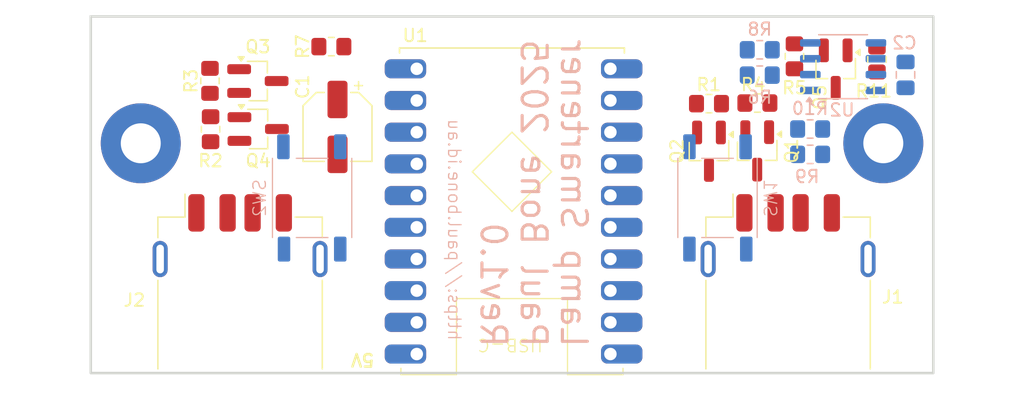
<source format=kicad_pcb>
(kicad_pcb (version 20241229) (generator "pcbnew") (generator_version "9.0")
  (layers (0 "F.Cu" signal) (2 "B.Cu" signal) (13 "F.Paste" user) (15 "B.Paste" user) (5 "F.SilkS" user "F.Silkscreen") (7 "B.SilkS" user "B.Silkscreen") (1 "F.Mask" user) (3 "B.Mask" user) (25 "Edge.Cuts" user))
  (net 0 "")
  (net 1 "GND")
  (net 2 "+5V")
  (net 5 "Net-(U1-GPIO6)")
  (net 6 "Net-(J1-VBUS)")
  (net 15 "Net-(J2-VBUS)")
  (net 17 "Net-(Q1-D)")
  (net 18 "Net-(Q1-G)")
  (net 19 "Net-(Q3-D)")
  (net 20 "Net-(Q3-G)")
  (net 21 "Net-(U1-GPIO3)")
  (net 22 "Net-(U1-GPIO14)")
  (net 29 "/Clim")
  (net 30 "/Sheild")
  (net 31 "Net-(Q5-S)")
  (net 32 "Net-(Q5-G)")
  (net 33 "Net-(U2A-+)")
  (net 34 "Net-(U2B--)")
  (footprint "Resistor_SMD:R_0805_2012Metric_Pad1.20x1.40mm_HandSolder" (layer "F.Cu") (at 181.692 126.952 180)
    (property "Reference" "R4" (at 0.336 1.476 0) (layer "F.SilkS"))
    (property "Value" "10K")
    (fp_line (start -0.227064 0.735) (end 0.227064 0.735) (stroke (width 0.12)) (layer "F.SilkS"))
    (fp_line (start -0.227064 -0.735) (end 0.227064 -0.735) (stroke (width 0.12)) (layer "F.SilkS"))
    (pad "1" smd roundrect (at -1 0 180) (size 1.2 1.4) (layers "F.Cu" "F.Mask" "F.Paste") (roundrect_rratio 0.208333) (net 18 "Net-(Q1-G)"))
    (pad "2" smd roundrect (at 1 0 180) (size 1.2 1.4) (layers "F.Cu" "F.Mask" "F.Paste") (roundrect_rratio 0.208333) (net 1 "GND"))
  )
  (footprint "Resistor_SMD:R_0805_2012Metric_Pad1.20x1.40mm_HandSolder" (layer "F.Cu") (at 137.874 125.172 -90)
    (property "Reference" "R3" (at 0.016 1.524 90) (layer "F.SilkS"))
    (property "Value" "10K")
    (fp_line (start -0.227064 0.735) (end 0.227064 0.735) (stroke (width 0.12)) (layer "F.SilkS"))
    (fp_line (start -0.227064 -0.735) (end 0.227064 -0.735) (stroke (width 0.12)) (layer "F.SilkS"))
    (pad "1" smd roundrect (at -1 0 270) (size 1.2 1.4) (layers "F.Cu" "F.Mask" "F.Paste") (roundrect_rratio 0.208333) (net 20 "Net-(Q3-G)"))
    (pad "2" smd roundrect (at 1 0 270) (size 1.2 1.4) (layers "F.Cu" "F.Mask" "F.Paste") (roundrect_rratio 0.208333) (net 1 "GND"))
  )
  (footprint "Resistor_SMD:R_0805_2012Metric_Pad1.20x1.40mm_HandSolder" (layer "F.Cu") (at 137.922 129.048 90)
    (property "Reference" "R2" (at -2.524 0 180) (layer "F.SilkS"))
    (property "Value" "10K")
    (fp_line (start -0.227064 -0.735) (end 0.227064 -0.735) (stroke (width 0.12)) (layer "F.SilkS"))
    (fp_line (start -0.227064 0.735) (end 0.227064 0.735) (stroke (width 0.12)) (layer "F.SilkS"))
    (pad "1" smd roundrect (at -1 0 90) (size 1.2 1.4) (layers "F.Cu" "F.Mask" "F.Paste") (roundrect_rratio 0.208333) (net 2 "+5V"))
    (pad "2" smd roundrect (at 1 0 90) (size 1.2 1.4) (layers "F.Cu" "F.Mask" "F.Paste") (roundrect_rratio 0.208333) (net 19 "Net-(Q3-D)"))
  )
  (footprint "Resistor_SMD:R_0805_2012Metric_Pad1.20x1.40mm_HandSolder" (layer "F.Cu") (at 191.262 123.46 90)
    (property "Reference" "R11" (at -2.524 -0.254 180) (layer "F.SilkS"))
    (property "Value" "10K")
    (fp_line (start -0.227064 -0.735) (end 0.227064 -0.735) (stroke (width 0.12)) (layer "F.SilkS"))
    (fp_line (start -0.227064 0.735) (end 0.227064 0.735) (stroke (width 0.12)) (layer "F.SilkS"))
    (pad "1" smd roundrect (at -1 0 90) (size 1.2 1.4) (layers "F.Cu" "F.Mask" "F.Paste") (roundrect_rratio 0.208333) (net 2 "+5V"))
    (pad "2" smd roundrect (at 1 0 90) (size 1.2 1.4) (layers "F.Cu" "F.Mask" "F.Paste") (roundrect_rratio 0.208333) (net 32 "Net-(Q5-G)"))
  )
  (footprint "Connector_USB:USB_A_Receptacle_GCT_USB1046" (layer "F.Cu") (at 140.285 143.002)
    (property "Reference" "J2" (at -8.459 -0.254 0) (layer "F.SilkS"))
    (property "Value" "USB_A")
    (fp_line (start -6.58 -6.91) (end -6.58 -5.26) (stroke (width 0.12)) (layer "F.SilkS"))
    (fp_line (start -6.58 -1.84) (end -6.58 5.25) (stroke (width 0.12)) (layer "F.SilkS"))
    (fp_line (start -4.41 -6.91) (end -6.58 -6.91) (stroke (width 0.12)) (layer "F.SilkS"))
    (fp_line (start -4.41 -6.91) (end -4.41 -8.75) (stroke (width 0.12)) (layer "F.SilkS"))
    (fp_line (start 4.41 -6.91) (end 6.58 -6.91) (stroke (width 0.12)) (layer "F.SilkS"))
    (fp_line (start 6.58 -6.91) (end 6.58 -5.26) (stroke (width 0.12)) (layer "F.SilkS"))
    (fp_line (start 6.58 -1.84) (end 6.58 5.25) (stroke (width 0.12)) (layer "F.SilkS"))
    (pad "1" smd roundrect (at -3.5 -7.25) (size 1.3 3) (layers "F.Cu" "F.Mask" "F.Paste") (net 15 "Net-(J2-VBUS)"))
    (pad "2" smd roundrect (at -1 -7.25) (size 1.3 3) (layers "F.Cu" "F.Mask" "F.Paste"))
    (pad "3" smd roundrect (at 1 -7.25) (size 1.3 3) (layers "F.Cu" "F.Mask" "F.Paste"))
    (pad "4" smd roundrect (at 3.5 -7.25) (size 1.3 3) (layers "F.Cu" "F.Mask" "F.Paste") (net 29 "/Clim"))
    (pad "5" thru_hole oval (at -6.4 -3.55) (size 1.2 2.9) (drill oval 0.6 2.3) (property pad_prop_heatsink) (layers "*.Cu" "*.Mask") (net 30 "/Sheild"))
    (pad "5" thru_hole oval (at 6.4 -3.55) (size 1.2 2.9) (drill oval 0.6 2.3) (property pad_prop_heatsink) (layers "*.Cu" "*.Mask") (net 30 "/Sheild"))
  )
  (footprint "MountingHole:MountingHole_3.2mm_M3_Pad" (layer "F.Cu") (at 191.77 130.175)
    (property "Reference" "REF**" (hide yes))
    (property "Value" "MountingHole_3.2mm_M3_Pad")
    (pad "1" thru_hole circle (at 0 0) (size 6.4 6.4) (drill 3.2) (layers "*.Cu" "*.Mask"))
  )
  (footprint "Connector_USB:USB_A_Receptacle_GCT_USB1046" (layer "F.Cu") (at 184.15 143.002)
    (property "Reference" "J1" (at 8.382 -0.508 0) (layer "F.SilkS"))
    (property "Value" "USB_A")
    (fp_line (start -6.58 -6.91) (end -6.58 -5.26) (stroke (width 0.12)) (layer "F.SilkS"))
    (fp_line (start -6.58 -1.84) (end -6.58 5.25) (stroke (width 0.12)) (layer "F.SilkS"))
    (fp_line (start -4.41 -6.91) (end -6.58 -6.91) (stroke (width 0.12)) (layer "F.SilkS"))
    (fp_line (start -4.41 -6.91) (end -4.41 -8.75) (stroke (width 0.12)) (layer "F.SilkS"))
    (fp_line (start 4.41 -6.91) (end 6.58 -6.91) (stroke (width 0.12)) (layer "F.SilkS"))
    (fp_line (start 6.58 -6.91) (end 6.58 -5.26) (stroke (width 0.12)) (layer "F.SilkS"))
    (fp_line (start 6.58 -1.84) (end 6.58 5.25) (stroke (width 0.12)) (layer "F.SilkS"))
    (pad "1" smd roundrect (at -3.5 -7.25) (size 1.3 3) (layers "F.Cu" "F.Mask" "F.Paste") (net 6 "Net-(J1-VBUS)"))
    (pad "2" smd roundrect (at -1 -7.25) (size 1.3 3) (layers "F.Cu" "F.Mask" "F.Paste"))
    (pad "3" smd roundrect (at 1 -7.25) (size 1.3 3) (layers "F.Cu" "F.Mask" "F.Paste"))
    (pad "4" smd roundrect (at 3.5 -7.25) (size 1.3 3) (layers "F.Cu" "F.Mask" "F.Paste") (net 29 "/Clim"))
    (pad "5" thru_hole oval (at -6.4 -3.55) (size 1.2 2.9) (drill oval 0.6 2.3) (property pad_prop_heatsink) (layers "*.Cu" "*.Mask") (net 30 "/Sheild"))
    (pad "5" thru_hole oval (at 6.4 -3.55) (size 1.2 2.9) (drill oval 0.6 2.3) (property pad_prop_heatsink) (layers "*.Cu" "*.Mask") (net 30 "/Sheild"))
  )
  (footprint "Resistor_SMD:R_0805_2012Metric_Pad1.20x1.40mm_HandSolder" (layer "F.Cu") (at 184.658 123.206 -90)
    (property "Reference" "R5" (at 2.524 0 180) (layer "F.SilkS"))
    (property "Value" "0.1")
    (fp_line (start -0.227064 0.735) (end 0.227064 0.735) (stroke (width 0.12)) (layer "F.SilkS"))
    (fp_line (start -0.227064 -0.735) (end 0.227064 -0.735) (stroke (width 0.12)) (layer "F.SilkS"))
    (pad "1" smd roundrect (at -1 0 270) (size 1.2 1.4) (layers "F.Cu" "F.Mask" "F.Paste") (roundrect_rratio 0.208333) (net 31 "Net-(Q5-S)"))
    (pad "2" smd roundrect (at 1 0 270) (size 1.2 1.4) (layers "F.Cu" "F.Mask" "F.Paste") (roundrect_rratio 0.208333) (net 1 "GND"))
  )
  (footprint "Resistor_SMD:R_0805_2012Metric_Pad1.20x1.40mm_HandSolder" (layer "F.Cu") (at 147.59 122.428)
    (property "Reference" "R7" (at -2.302 0 90) (layer "F.SilkS"))
    (property "Value" "0")
    (fp_line (start -0.227064 -0.735) (end 0.227064 -0.735) (stroke (width 0.12)) (layer "F.SilkS"))
    (fp_line (start -0.227064 0.735) (end 0.227064 0.735) (stroke (width 0.12)) (layer "F.SilkS"))
    (pad "1" smd roundrect (at -1 0) (size 1.2 1.4) (layers "F.Cu" "F.Mask" "F.Paste") (roundrect_rratio 0.208333) (net 1 "GND"))
    (pad "2" smd roundrect (at 1 0) (size 1.2 1.4) (layers "F.Cu" "F.Mask" "F.Paste") (roundrect_rratio 0.208333) (net 29 "/Clim"))
  )
  (footprint "Resistor_SMD:R_0805_2012Metric_Pad1.20x1.40mm_HandSolder" (layer "F.Cu") (at 177.816 127)
    (property "Reference" "R1" (at -0.016 -1.524 180) (layer "F.SilkS"))
    (property "Value" "10K")
    (fp_line (start -0.227064 -0.735) (end 0.227064 -0.735) (stroke (width 0.12)) (layer "F.SilkS"))
    (fp_line (start -0.227064 0.735) (end 0.227064 0.735) (stroke (width 0.12)) (layer "F.SilkS"))
    (pad "1" smd roundrect (at -1 0) (size 1.2 1.4) (layers "F.Cu" "F.Mask" "F.Paste") (roundrect_rratio 0.208333) (net 2 "+5V"))
    (pad "2" smd roundrect (at 1 0) (size 1.2 1.4) (layers "F.Cu" "F.Mask" "F.Paste") (roundrect_rratio 0.208333) (net 17 "Net-(Q1-D)"))
  )
  (footprint "Package_TO_SOT_SMD:SOT-23_Handsoldering" (layer "F.Cu") (at 181.676 130.786 -90)
    (property "Reference" "Q1" (at 0 -2.75 270) (layer "F.SilkS"))
    (property "Value" "2N7002")
    (fp_line (start 0.76 1.58) (end -0.7 1.58) (stroke (width 0.12)) (layer "F.SilkS"))
    (fp_line (start 0.76 1.58) (end 0.76 0.65) (stroke (width 0.12)) (layer "F.SilkS"))
    (fp_line (start -0.04 -1.58) (end -0.84 -1.58) (stroke (width 0.12)) (layer "F.SilkS"))
    (fp_line (start -0.04 -1.58) (end 0.76 -1.58) (stroke (width 0.12)) (layer "F.SilkS"))
    (fp_line (start 0.76 -1.58) (end 0.76 -0.65) (stroke (width 0.12)) (layer "F.SilkS"))
    (fp_poly (pts (xy -1.34 -1.61) (xy -1.58 -1.94) (xy -1.1 -1.94) (xy -1.34 -1.61)) (stroke (width 0.12)) (fill yes) (layer "F.SilkS"))
    (pad "1" smd roundrect (at -1.5 -0.95 270) (size 1.9 0.8) (layers "F.Cu" "F.Mask" "F.Paste") (net 18 "Net-(Q1-G)"))
    (pad "2" smd roundrect (at -1.5 0.95 270) (size 1.9 0.8) (layers "F.Cu" "F.Mask" "F.Paste") (net 1 "GND"))
    (pad "3" smd roundrect (at 1.5 0 270) (size 1.9 0.8) (layers "F.Cu" "F.Mask" "F.Paste") (net 17 "Net-(Q1-D)"))
  )
  (footprint "Package_TO_SOT_SMD:SOT-23_Handsoldering" (layer "F.Cu") (at 177.816 130.81 -90)
    (property "Reference" "Q2" (at 0 2.556 270) (layer "F.SilkS"))
    (property "Value" "AO3401A")
    (fp_line (start 0.76 1.58) (end -0.7 1.58) (stroke (width 0.12)) (layer "F.SilkS"))
    (fp_line (start 0.76 1.58) (end 0.76 0.65) (stroke (width 0.12)) (layer "F.SilkS"))
    (fp_line (start -0.04 -1.58) (end -0.84 -1.58) (stroke (width 0.12)) (layer "F.SilkS"))
    (fp_line (start -0.04 -1.58) (end 0.76 -1.58) (stroke (width 0.12)) (layer "F.SilkS"))
    (fp_line (start 0.76 -1.58) (end 0.76 -0.65) (stroke (width 0.12)) (layer "F.SilkS"))
    (fp_poly (pts (xy -1.34 -1.61) (xy -1.58 -1.94) (xy -1.1 -1.94) (xy -1.34 -1.61)) (stroke (width 0.12)) (fill yes) (layer "F.SilkS"))
    (pad "1" smd roundrect (at -1.5 -0.95 270) (size 1.9 0.8) (layers "F.Cu" "F.Mask" "F.Paste") (net 17 "Net-(Q1-D)"))
    (pad "2" smd roundrect (at -1.5 0.95 270) (size 1.9 0.8) (layers "F.Cu" "F.Mask" "F.Paste") (net 2 "+5V"))
    (pad "3" smd roundrect (at 1.5 0 270) (size 1.9 0.8) (layers "F.Cu" "F.Mask" "F.Paste") (net 6 "Net-(J1-VBUS)"))
  )
  (footprint "My footprints:MODULE_ESP32-C3_SUPERMINI" (layer "F.Cu") (at 162.046 137.541 180)
    (property "Reference" "U1" (at 7.747 16.002 180) (layer "F.SilkS"))
    (property "Value" "ESP32-C6_SUPERMINI_SMD")
    (fp_line (start 9 15) (end 9 14.605) (stroke (width 0.127)) (layer "F.SilkS"))
    (fp_line (start 9 15) (end -9 15) (stroke (width 0.127)) (layer "F.SilkS"))
    (fp_line (start 8.89 -11.176) (end 8.89 -10.668) (stroke (width 0.1)) (layer "F.SilkS"))
    (fp_line (start 4.445 -5.08) (end -4.445 -5.08) (stroke (width 0.1)) (layer "F.SilkS"))
    (fp_line (start 4.445 -11.176) (end 8.89 -11.176) (stroke (width 0.1)) (layer "F.SilkS"))
    (fp_line (start 4.445 -11.176) (end 4.445 -5.08) (stroke (width 0.1)) (layer "F.SilkS"))
    (fp_line (start 3.175 5.08) (end 0 8.255) (stroke (width 0.1)) (layer "F.SilkS"))
    (fp_line (start 0 8.255) (end -3.175 5.08) (stroke (width 0.1)) (layer "F.SilkS"))
    (fp_line (start 0 1.905) (end 3.175 5.08) (stroke (width 0.1)) (layer "F.SilkS"))
    (fp_line (start -3.175 5.08) (end 0 1.905) (stroke (width 0.1)) (layer "F.SilkS"))
    (fp_line (start -4.445 -5.08) (end -4.445 -11.176) (stroke (width 0.1)) (layer "F.SilkS"))
    (fp_line (start -4.445 -11.176) (end -8.89 -11.176) (stroke (width 0.1)) (layer "F.SilkS"))
    (fp_line (start -8.89 -11.176) (end -8.89 -10.668) (stroke (width 0.1)) (layer "F.SilkS"))
    (fp_line (start -9 15) (end -9 14.605) (stroke (width 0.127)) (layer "F.SilkS"))
    (fp_text user "USB-C" (at -2.54 -8.215 180) (layer "F.SilkS") (effects (font (thickness 0.1)) (justify left bottom)))
    (fp_text user "5V" (at 10.922 -9.398 180) (layer "F.SilkS") (effects (font (thickness 0.2) (bold yes)) (justify left bottom)))
    (pad "0" thru_hole roundrect (at -7.88 -4.445 180) (size 3.31 1.524) (drill 1 (offset -0.905 0)) (layers "*.Cu" "*.Mask") (roundrect_rratio 0.3280839895) (net 18 "Net-(Q1-G)"))
    (pad "1" thru_hole roundrect (at -7.88 -1.905 180) (size 3.31 1.524) (drill 1 (offset -0.905 0)) (layers "*.Cu" "*.Mask") (roundrect_rratio 0.3280839895))
    (pad "2" thru_hole roundrect (at -7.88 0.635 180) (size 3.31 1.524) (drill 1 (offset -0.905 0)) (layers "*.Cu" "*.Mask") (roundrect_rratio 0.3280839895))
    (pad "3" thru_hole roundrect (at -7.88 3.175 180) (size 3.31 1.524) (drill 1 (offset -0.905 0)) (layers "*.Cu" "*.Mask") (roundrect_rratio 0.3280839895) (net 21 "Net-(U1-GPIO3)"))
    (pad "3.3" thru_hole roundrect (at 7.62 -4.445 180) (size 3.31 1.524) (drill 1 (offset 0.905 0)) (layers "*.Cu" "*.Mask") (roundrect_rratio 0.3280839895))
    (pad "4" thru_hole roundrect (at -7.88 5.715 180) (size 3.31 1.524) (drill 1 (offset -0.905 0)) (layers "*.Cu" "*.Mask") (roundrect_rratio 0.3280839895))
    (pad "5" thru_hole roundrect (at -7.88 8.255 180) (size 3.31 1.524) (drill 1 (offset -0.905 0)) (layers "*.Cu" "*.Mask") (roundrect_rratio 0.3280839895))
    (pad "5V" thru_hole roundrect (at 7.62 -9.525 180) (size 3.31 1.524) (drill 1 (offset 0.905 0)) (layers "*.Cu" "*.Mask") (roundrect_rratio 0.3280839895) (net 2 "+5V"))
    (pad "6" thru_hole roundrect (at -7.88 10.795 180) (size 3.31 1.524) (drill 1 (offset -0.905 0)) (layers "*.Cu" "*.Mask") (roundrect_rratio 0.3280839895) (net 5 "Net-(U1-GPIO6)"))
    (pad "7" thru_hole roundrect (at -7.88 13.335 180) (size 3.31 1.524) (drill 1 (offset -0.905 0)) (layers "*.Cu" "*.Mask") (roundrect_rratio 0.3280839895))
    (pad "8" thru_hole roundrect (at 7.62 13.335 180) (size 3.31 1.524) (drill 1 (offset 0.905 0)) (layers "*.Cu" "*.Mask") (roundrect_rratio 0.3280839895))
    (pad "9" thru_hole roundrect (at 7.62 10.795 180) (size 3.31 1.524) (drill 1 (offset 0.905 0)) (layers "*.Cu" "*.Mask") (roundrect_rratio 0.3280839895))
    (pad "14" thru_hole roundrect (at 7.62 8.255 180) (size 3.31 1.524) (drill 1 (offset 0.905 0)) (layers "*.Cu" "*.Mask") (roundrect_rratio 0.3280839895) (net 22 "Net-(U1-GPIO14)"))
    (pad "15" thru_hole roundrect (at 7.62 5.715 180) (size 3.31 1.524) (drill 1 (offset 0.905 0)) (layers "*.Cu" "*.Mask") (roundrect_rratio 0.3280839895))
    (pad "18" thru_hole roundrect (at 7.62 3.175 180) (size 3.31 1.524) (drill 1 (offset 0.905 0)) (layers "*.Cu" "*.Mask") (roundrect_rratio 0.3280839895))
    (pad "19" thru_hole roundrect (at 7.62 0.635 180) (size 3.31 1.524) (drill 1 (offset 0.905 0)) (layers "*.Cu" "*.Mask") (roundrect_rratio 0.3280839895))
    (pad "20" thru_hole roundrect (at 7.62 -1.905 180) (size 3.31 1.524) (drill 1 (offset 0.905 0)) (layers "*.Cu" "*.Mask") (roundrect_rratio 0.3280839895) (net 20 "Net-(Q3-G)"))
    (pad "G" thru_hole roundrect (at 7.62 -6.985 180) (size 3.31 1.524) (drill 1 (offset 0.905 0)) (layers "*.Cu" "*.Mask") (roundrect_rratio 0.3280839895) (net 1 "GND"))
    (pad "RX" thru_hole roundrect (at -7.88 -6.985 180) (size 3.31 1.524) (drill 1 (offset -0.905 0)) (layers "*.Cu" "*.Mask") (roundrect_rratio 0.3280839895))
    (pad "TX" thru_hole roundrect (at -7.88 -9.525 180) (size 3.31 1.524) (drill 1 (offset -0.905 0)) (layers "*.Cu" "*.Mask") (roundrect_rratio 0.3280839895))
  )
  (footprint "MountingHole:MountingHole_3.2mm_M3_Pad" (layer "F.Cu") (at 132.334 130.175)
    (property "Reference" "REF**" (hide yes))
    (property "Value" "MountingHole_3.2mm_M3_Pad")
    (pad "1" thru_hole circle (at 0 0) (size 6.4 6.4) (drill 3.2) (layers "*.Cu" "*.Mask"))
  )
  (footprint "Package_TO_SOT_SMD:SOT-23_Handsoldering" (layer "F.Cu") (at 187.96 124.23 -90)
    (property "Reference" "Q5" (at 2.262 1.27 90) (layer "F.SilkS"))
    (property "Value" "AO3400A")
    (fp_line (start 0.76 1.58) (end -0.7 1.58) (stroke (width 0.12)) (layer "F.SilkS"))
    (fp_line (start 0.76 1.58) (end 0.76 0.65) (stroke (width 0.12)) (layer "F.SilkS"))
    (fp_line (start -0.04 -1.58) (end -0.84 -1.58) (stroke (width 0.12)) (layer "F.SilkS"))
    (fp_line (start -0.04 -1.58) (end 0.76 -1.58) (stroke (width 0.12)) (layer "F.SilkS"))
    (fp_line (start 0.76 -1.58) (end 0.76 -0.65) (stroke (width 0.12)) (layer "F.SilkS"))
    (fp_poly (pts (xy -1.34 -1.61) (xy -1.58 -1.94) (xy -1.1 -1.94) (xy -1.34 -1.61)) (stroke (width 0.12)) (fill yes) (layer "F.SilkS"))
    (pad "1" smd roundrect (at -1.5 -0.95 270) (size 1.9 0.8) (layers "F.Cu" "F.Mask" "F.Paste") (net 32 "Net-(Q5-G)"))
    (pad "2" smd roundrect (at -1.5 0.95 270) (size 1.9 0.8) (layers "F.Cu" "F.Mask" "F.Paste") (net 31 "Net-(Q5-S)"))
    (pad "3" smd roundrect (at 1.5 0 270) (size 1.9 0.8) (layers "F.Cu" "F.Mask" "F.Paste") (net 29 "/Clim"))
  )
  (footprint "Capacitor_SMD:CP_Elec_5x5.7" (layer "F.Cu") (at 148.082 128.864 -90)
    (property "Reference" "C1" (at -3.216 2.794 90) (layer "F.SilkS"))
    (property "Value" "100uF")
    (fp_line (start -1.695563 2.76) (end 2.76 2.76) (stroke (width 0.12)) (layer "F.SilkS"))
    (fp_line (start 2.76 2.76) (end 2.76 1.06) (stroke (width 0.12)) (layer "F.SilkS"))
    (fp_line (start -2.76 1.695563) (end -1.695563 2.76) (stroke (width 0.12)) (layer "F.SilkS"))
    (fp_line (start -2.76 1.695563) (end -2.76 1.06) (stroke (width 0.12)) (layer "F.SilkS"))
    (fp_line (start -3.625 -1.685) (end -3 -1.685) (stroke (width 0.12)) (layer "F.SilkS"))
    (fp_line (start -2.76 -1.695563) (end -2.76 -1.06) (stroke (width 0.12)) (layer "F.SilkS"))
    (fp_line (start -2.76 -1.695563) (end -1.695563 -2.76) (stroke (width 0.12)) (layer "F.SilkS"))
    (fp_line (start -3.3125 -1.9975) (end -3.3125 -1.3725) (stroke (width 0.12)) (layer "F.SilkS"))
    (fp_line (start -1.695563 -2.76) (end 2.76 -2.76) (stroke (width 0.12)) (layer "F.SilkS"))
    (fp_line (start 2.76 -2.76) (end 2.76 -1.06) (stroke (width 0.12)) (layer "F.SilkS"))
    (pad "1" smd roundrect (at -2.2 0 270) (size 3 1.6) (layers "F.Cu" "F.Mask" "F.Paste") (roundrect_rratio 0.15625) (net 2 "+5V"))
    (pad "2" smd roundrect (at 2.2 0 270) (size 3 1.6) (layers "F.Cu" "F.Mask" "F.Paste") (roundrect_rratio 0.15625) (net 29 "/Clim"))
  )
  (footprint "Package_TO_SOT_SMD:SOT-23_Handsoldering" (layer "F.Cu") (at 141.732 129.032)
    (property "Reference" "Q4" (at 0 2.54 0) (layer "F.SilkS"))
    (property "Value" "AO3401A")
    (fp_line (start -0.04 -1.58) (end -0.84 -1.58) (stroke (width 0.12)) (layer "F.SilkS"))
    (fp_line (start -0.04 -1.58) (end 0.76 -1.58) (stroke (width 0.12)) (layer "F.SilkS"))
    (fp_line (start 0.76 -1.58) (end 0.76 -0.65) (stroke (width 0.12)) (layer "F.SilkS"))
    (fp_line (start 0.76 1.58) (end -0.7 1.58) (stroke (width 0.12)) (layer "F.SilkS"))
    (fp_line (start 0.76 1.58) (end 0.76 0.65) (stroke (width 0.12)) (layer "F.SilkS"))
    (fp_poly (pts (xy -1.34 -1.61) (xy -1.58 -1.94) (xy -1.1 -1.94) (xy -1.34 -1.61)) (stroke (width 0.12)) (fill yes) (layer "F.SilkS"))
    (pad "1" smd roundrect (at -1.5 -0.95) (size 1.9 0.8) (layers "F.Cu" "F.Mask" "F.Paste") (net 19 "Net-(Q3-D)"))
    (pad "2" smd roundrect (at -1.5 0.95) (size 1.9 0.8) (layers "F.Cu" "F.Mask" "F.Paste") (net 2 "+5V"))
    (pad "3" smd roundrect (at 1.5 0) (size 1.9 0.8) (layers "F.Cu" "F.Mask" "F.Paste") (net 15 "Net-(J2-VBUS)"))
  )
  (footprint "Package_TO_SOT_SMD:SOT-23_Handsoldering" (layer "F.Cu") (at 141.708 125.188)
    (property "Reference" "Q3" (at 0 -2.75 0) (layer "F.SilkS"))
    (property "Value" "2N7002")
    (fp_line (start -0.04 -1.58) (end -0.84 -1.58) (stroke (width 0.12)) (layer "F.SilkS"))
    (fp_line (start -0.04 -1.58) (end 0.76 -1.58) (stroke (width 0.12)) (layer "F.SilkS"))
    (fp_line (start 0.76 -1.58) (end 0.76 -0.65) (stroke (width 0.12)) (layer "F.SilkS"))
    (fp_line (start 0.76 1.58) (end -0.7 1.58) (stroke (width 0.12)) (layer "F.SilkS"))
    (fp_line (start 0.76 1.58) (end 0.76 0.65) (stroke (width 0.12)) (layer "F.SilkS"))
    (fp_poly (pts (xy -1.34 -1.61) (xy -1.58 -1.94) (xy -1.1 -1.94) (xy -1.34 -1.61)) (stroke (width 0.12)) (fill yes) (layer "F.SilkS"))
    (pad "1" smd roundrect (at -1.5 -0.95) (size 1.9 0.8) (layers "F.Cu" "F.Mask" "F.Paste") (net 20 "Net-(Q3-G)"))
    (pad "2" smd roundrect (at -1.5 0.95) (size 1.9 0.8) (layers "F.Cu" "F.Mask" "F.Paste") (net 1 "GND"))
    (pad "3" smd roundrect (at 1.5 0) (size 1.9 0.8) (layers "F.Cu" "F.Mask" "F.Paste") (net 19 "Net-(Q3-D)"))
  )
  (footprint "Capacitor_SMD:C_0805_2012Metric_Pad1.18x1.45mm_HandSolder" (layer "B.Cu") (at 193.548 124.6925 90)
    (property "Reference" "C2" (at 2.5615 -0.084 0) (layer "B.SilkS") (effects (justify mirror)))
    (property "Value" "0.1uF")
    (fp_line (start -0.261252 -0.735) (end 0.261252 -0.735) (stroke (width 0.12)) (layer "B.SilkS"))
    (fp_line (start -0.261252 0.735) (end 0.261252 0.735) (stroke (width 0.12)) (layer "B.SilkS"))
    (pad "1" smd roundrect (at -1.0375 0 90) (size 1.175 1.45) (layers "B.Cu" "B.Mask" "B.Paste") (roundrect_rratio 0.212766) (net 2 "+5V"))
    (pad "2" smd roundrect (at 1.0375 0 90) (size 1.175 1.45) (layers "B.Cu" "B.Mask" "B.Paste") (roundrect_rratio 0.212766) (net 1 "GND"))
  )
  (footprint "My footprints:SW_SMD_Tact_6mm" (layer "B.Cu") (at 146.05 134.555 -90)
    (property "Reference" "SW2" (at 0 4.2 90) (layer "B.SilkS") (effects (font (thickness 0.1)) (justify mirror)))
    (property "Value" "SW_Push")
    (fp_line (start -3.175 3.175) (end 3.175 3.175) (stroke (width 0.1)) (layer "B.SilkS"))
    (fp_line (start 3.175 1.27) (end 3.175 -1.27) (stroke (width 0.1)) (layer "B.SilkS"))
    (fp_line (start -3.175 -1.27) (end -3.175 1.27) (stroke (width 0.1)) (layer "B.SilkS"))
    (fp_line (start 3.175 -3.175) (end -3.175 -3.175) (stroke (width 0.1)) (layer "B.SilkS"))
    (pad "1" smd roundrect (at -4.1 2.3 270) (size 2 1) (layers "B.Cu" "B.Mask") (roundrect_rratio 0.15) (net 1 "GND"))
    (pad "1" smd roundrect (at 4.1 2.25 270) (size 2 1) (layers "B.Cu" "B.Mask") (roundrect_rratio 0.15) (net 1 "GND"))
    (pad "2" smd roundrect (at -4.1 -2.25 270) (size 2 1) (layers "B.Cu" "B.Mask") (roundrect_rratio 0.15) (net 22 "Net-(U1-GPIO14)"))
    (pad "2" smd roundrect (at 4.1 -2.25 270) (size 2 1) (layers "B.Cu" "B.Mask") (roundrect_rratio 0.15) (net 22 "Net-(U1-GPIO14)"))
  )
  (footprint "Resistor_SMD:R_0805_2012Metric_Pad1.20x1.40mm_HandSolder" (layer "B.Cu") (at 181.88 124.714)
    (property "Reference" "R6" (at 0 1.778 180) (layer "B.SilkS") (effects (justify mirror)))
    (property "Value" "10K")
    (fp_line (start -0.227064 -0.735) (end 0.227064 -0.735) (stroke (width 0.12)) (layer "B.SilkS"))
    (fp_line (start -0.227064 0.735) (end 0.227064 0.735) (stroke (width 0.12)) (layer "B.SilkS"))
    (pad "1" smd roundrect (at -1 0) (size 1.2 1.4) (layers "B.Cu" "B.Mask" "B.Paste") (roundrect_rratio 0.208333) (net 2 "+5V"))
    (pad "2" smd roundrect (at 1 0) (size 1.2 1.4) (layers "B.Cu" "B.Mask" "B.Paste") (roundrect_rratio 0.208333) (net 33 "Net-(U2A-+)"))
  )
  (footprint "Resistor_SMD:R_0805_2012Metric_Pad1.20x1.40mm_HandSolder" (layer "B.Cu") (at 185.912 131.064)
    (property "Reference" "R9" (at -0.238 1.778 0) (layer "B.SilkS") (effects (justify mirror)))
    (property "Value" "4.7K")
    (fp_line (start -0.227064 -0.735) (end 0.227064 -0.735) (stroke (width 0.12)) (layer "B.SilkS"))
    (fp_line (start -0.227064 0.735) (end 0.227064 0.735) (stroke (width 0.12)) (layer "B.SilkS"))
    (pad "1" smd roundrect (at -1 0) (size 1.2 1.4) (layers "B.Cu" "B.Mask" "B.Paste") (roundrect_rratio 0.208333) (net 2 "+5V"))
    (pad "2" smd roundrect (at 1 0) (size 1.2 1.4) (layers "B.Cu" "B.Mask" "B.Paste") (roundrect_rratio 0.208333) (net 34 "Net-(U2B--)"))
  )
  (footprint "Resistor_SMD:R_0805_2012Metric_Pad1.20x1.40mm_HandSolder" (layer "B.Cu") (at 181.88 122.682 180)
    (property "Reference" "R8" (at 0 1.65 180) (layer "B.SilkS") (effects (justify mirror)))
    (property "Value" "100")
    (fp_line (start -0.227064 0.735) (end 0.227064 0.735) (stroke (width 0.12)) (layer "B.SilkS"))
    (fp_line (start -0.227064 -0.735) (end 0.227064 -0.735) (stroke (width 0.12)) (layer "B.SilkS"))
    (pad "1" smd roundrect (at -1 0 180) (size 1.2 1.4) (layers "B.Cu" "B.Mask" "B.Paste") (roundrect_rratio 0.208333) (net 33 "Net-(U2A-+)"))
    (pad "2" smd roundrect (at 1 0 180) (size 1.2 1.4) (layers "B.Cu" "B.Mask" "B.Paste") (roundrect_rratio 0.208333) (net 1 "GND"))
  )
  (footprint "My footprints:SW_SMD_Tact_6mm" (layer "B.Cu") (at 178.5 134.555 90)
    (property "Reference" "SW1" (at 0 4.2 270) (layer "B.SilkS") (effects (font (thickness 0.1)) (justify mirror)))
    (property "Value" "SW_Push")
    (fp_line (start 3.175 -3.175) (end -3.175 -3.175) (stroke (width 0.1)) (layer "B.SilkS"))
    (fp_line (start -3.175 -1.27) (end -3.175 1.27) (stroke (width 0.1)) (layer "B.SilkS"))
    (fp_line (start 3.175 1.27) (end 3.175 -1.27) (stroke (width 0.1)) (layer "B.SilkS"))
    (fp_line (start -3.175 3.175) (end 3.175 3.175) (stroke (width 0.1)) (layer "B.SilkS"))
    (pad "1" smd roundrect (at -4.1 2.3 90) (size 2 1) (layers "B.Cu" "B.Mask") (roundrect_rratio 0.15) (net 21 "Net-(U1-GPIO3)"))
    (pad "1" smd roundrect (at 4.1 2.25 90) (size 2 1) (layers "B.Cu" "B.Mask") (roundrect_rratio 0.15) (net 21 "Net-(U1-GPIO3)"))
    (pad "2" smd roundrect (at -4.1 -2.25 90) (size 2 1) (layers "B.Cu" "B.Mask") (roundrect_rratio 0.15) (net 1 "GND"))
    (pad "2" smd roundrect (at 4.1 -2.25 90) (size 2 1) (layers "B.Cu" "B.Mask") (roundrect_rratio 0.15) (net 1 "GND"))
  )
  (footprint "Package_SO:SOP-8_3.9x4.9mm_P1.27mm" (layer "B.Cu") (at 188.553 124.036)
    (property "Reference" "U2" (at -0.085 3.472 180) (layer "B.SilkS") (effects (justify mirror)))
    (property "Value" "LM393")
    (fp_line (start 0 -2.56) (end -1.95 -2.56) (stroke (width 0.12)) (layer "B.SilkS"))
    (fp_line (start 0 -2.56) (end 1.95 -2.56) (stroke (width 0.12)) (layer "B.SilkS"))
    (fp_line (start 0 2.56) (end -1.95 2.56) (stroke (width 0.12)) (layer "B.SilkS"))
    (fp_line (start 0 2.56) (end 1.95 2.56) (stroke (width 0.12)) (layer "B.SilkS"))
    (fp_poly (pts (xy -2.7 2.465) (xy -2.94 2.795) (xy -2.46 2.795)) (stroke (width 0.12)) (fill yes) (layer "B.SilkS"))
    (pad "1" smd roundrect (at -2.625 1.905) (size 1.65 0.6) (layers "B.Cu" "B.Mask" "B.Paste") (net 32 "Net-(Q5-G)"))
    (pad "2" smd roundrect (at -2.625 0.635) (size 1.65 0.6) (layers "B.Cu" "B.Mask" "B.Paste") (net 31 "Net-(Q5-S)"))
    (pad "3" smd roundrect (at -2.625 -0.635) (size 1.65 0.6) (layers "B.Cu" "B.Mask" "B.Paste") (net 33 "Net-(U2A-+)"))
    (pad "4" smd roundrect (at -2.625 -1.905) (size 1.65 0.6) (layers "B.Cu" "B.Mask" "B.Paste") (net 1 "GND"))
    (pad "5" smd roundrect (at 2.625 -1.905) (size 1.65 0.6) (layers "B.Cu" "B.Mask" "B.Paste") (net 29 "/Clim"))
    (pad "6" smd roundrect (at 2.625 -0.635) (size 1.65 0.6) (layers "B.Cu" "B.Mask" "B.Paste") (net 34 "Net-(U2B--)"))
    (pad "7" smd roundrect (at 2.625 0.635) (size 1.65 0.6) (layers "B.Cu" "B.Mask" "B.Paste") (net 5 "Net-(U1-GPIO6)"))
    (pad "8" smd roundrect (at 2.625 1.905) (size 1.65 0.6) (layers "B.Cu" "B.Mask" "B.Paste") (net 2 "+5V"))
  )
  (footprint "Resistor_SMD:R_0805_2012Metric_Pad1.20x1.40mm_HandSolder" (layer "B.Cu") (at 185.912 129.032 180)
    (property "Reference" "R10" (at 0 1.65 180) (layer "B.SilkS") (effects (justify mirror)))
    (property "Value" "100")
    (fp_line (start -0.227064 0.735) (end 0.227064 0.735) (stroke (width 0.12)) (layer "B.SilkS"))
    (fp_line (start -0.227064 -0.735) (end 0.227064 -0.735) (stroke (width 0.12)) (layer "B.SilkS"))
    (pad "1" smd roundrect (at -1 0 180) (size 1.2 1.4) (layers "B.Cu" "B.Mask" "B.Paste") (roundrect_rratio 0.208333) (net 34 "Net-(U2B--)"))
    (pad "2" smd roundrect (at 1 0 180) (size 1.2 1.4) (layers "B.Cu" "B.Mask" "B.Paste") (roundrect_rratio 0.208333) (net 1 "GND"))
  )
  (gr_rect (start 128.3335 120.015) (end 195.7705 148.59) (stroke (width 0.2)) (fill no) (layer "Edge.Cuts"))
  (gr_text "Lamp Smartener\nPaul Bone 2025\nRev1.0\n" (at 159.385 146.685 270) (layer "B.SilkS") (effects (font (size 2 2) (thickness 0.25)) (justify left bottom mirror)))
  (gr_text "https://paul.bone.id.au" (at 156.845 146.05 270) (layer "B.SilkS") (effects (font (size 1 1) (thickness 0.1)) (justify left bottom mirror)))
)
</source>
